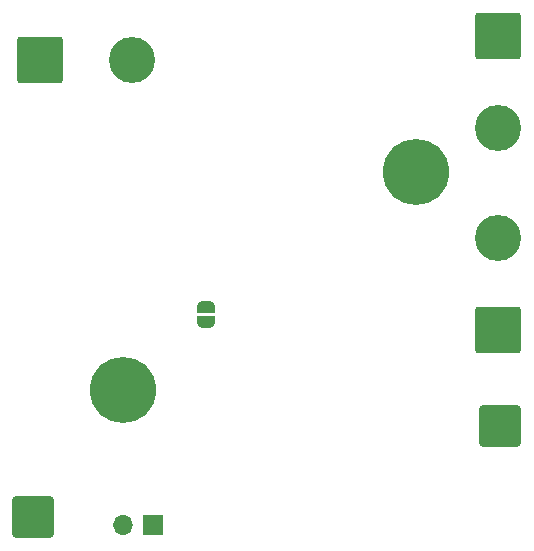
<source format=gbs>
%TF.GenerationSoftware,KiCad,Pcbnew,8.0.2*%
%TF.CreationDate,2024-05-28T03:04:17+03:00*%
%TF.ProjectId,ups,7570732e-6b69-4636-9164-5f7063625858,rev?*%
%TF.SameCoordinates,Original*%
%TF.FileFunction,Soldermask,Bot*%
%TF.FilePolarity,Negative*%
%FSLAX46Y46*%
G04 Gerber Fmt 4.6, Leading zero omitted, Abs format (unit mm)*
G04 Created by KiCad (PCBNEW 8.0.2) date 2024-05-28 03:04:17*
%MOMM*%
%LPD*%
G01*
G04 APERTURE LIST*
G04 Aperture macros list*
%AMRoundRect*
0 Rectangle with rounded corners*
0 $1 Rounding radius*
0 $2 $3 $4 $5 $6 $7 $8 $9 X,Y pos of 4 corners*
0 Add a 4 corners polygon primitive as box body*
4,1,4,$2,$3,$4,$5,$6,$7,$8,$9,$2,$3,0*
0 Add four circle primitives for the rounded corners*
1,1,$1+$1,$2,$3*
1,1,$1+$1,$4,$5*
1,1,$1+$1,$6,$7*
1,1,$1+$1,$8,$9*
0 Add four rect primitives between the rounded corners*
20,1,$1+$1,$2,$3,$4,$5,0*
20,1,$1+$1,$4,$5,$6,$7,0*
20,1,$1+$1,$6,$7,$8,$9,0*
20,1,$1+$1,$8,$9,$2,$3,0*%
%AMFreePoly0*
4,1,19,0.500000,-0.750000,0.000000,-0.750000,0.000000,-0.744911,-0.071157,-0.744911,-0.207708,-0.704816,-0.327430,-0.627875,-0.420627,-0.520320,-0.479746,-0.390866,-0.500000,-0.250000,-0.500000,0.250000,-0.479746,0.390866,-0.420627,0.520320,-0.327430,0.627875,-0.207708,0.704816,-0.071157,0.744911,0.000000,0.744911,0.000000,0.750000,0.500000,0.750000,0.500000,-0.750000,0.500000,-0.750000,
$1*%
%AMFreePoly1*
4,1,19,0.000000,0.744911,0.071157,0.744911,0.207708,0.704816,0.327430,0.627875,0.420627,0.520320,0.479746,0.390866,0.500000,0.250000,0.500000,-0.250000,0.479746,-0.390866,0.420627,-0.520320,0.327430,-0.627875,0.207708,-0.704816,0.071157,-0.744911,0.000000,-0.744911,0.000000,-0.750000,-0.500000,-0.750000,-0.500000,0.750000,0.000000,0.750000,0.000000,0.744911,0.000000,0.744911,
$1*%
G04 Aperture macros list end*
%ADD10C,5.600000*%
%ADD11FreePoly0,270.000000*%
%ADD12FreePoly1,270.000000*%
%ADD13RoundRect,0.250002X-1.499998X-1.499998X1.499998X-1.499998X1.499998X1.499998X-1.499998X1.499998X0*%
%ADD14RoundRect,0.250002X-1.699998X-1.699998X1.699998X-1.699998X1.699998X1.699998X-1.699998X1.699998X0*%
%ADD15C,3.900000*%
%ADD16RoundRect,0.250002X1.499998X1.499998X-1.499998X1.499998X-1.499998X-1.499998X1.499998X-1.499998X0*%
%ADD17RoundRect,0.250002X-1.699998X1.699998X-1.699998X-1.699998X1.699998X-1.699998X1.699998X1.699998X0*%
%ADD18RoundRect,0.250002X1.699998X-1.699998X1.699998X1.699998X-1.699998X1.699998X-1.699998X-1.699998X0*%
%ADD19R,1.700000X1.700000*%
%ADD20O,1.700000X1.700000*%
G04 APERTURE END LIST*
D10*
%TO.C,H2*%
X121920000Y-59055000D03*
%TD*%
D11*
%TO.C,JP2*%
X104140000Y-70470000D03*
D12*
X104140000Y-71770000D03*
%TD*%
D13*
%TO.C,J6*%
X129032000Y-80518000D03*
%TD*%
D14*
%TO.C,J1*%
X90080000Y-49530000D03*
D15*
X97880000Y-49530000D03*
%TD*%
D10*
%TO.C,H1*%
X97155000Y-77470000D03*
%TD*%
D16*
%TO.C,J4*%
X89535000Y-88265000D03*
%TD*%
D17*
%TO.C,J2*%
X128905000Y-47535000D03*
D15*
X128905000Y-55335000D03*
%TD*%
D18*
%TO.C,J3*%
X128905000Y-72390000D03*
D15*
X128905000Y-64590000D03*
%TD*%
D19*
%TO.C,J5*%
X99700000Y-88900000D03*
D20*
X97160000Y-88900000D03*
%TD*%
M02*

</source>
